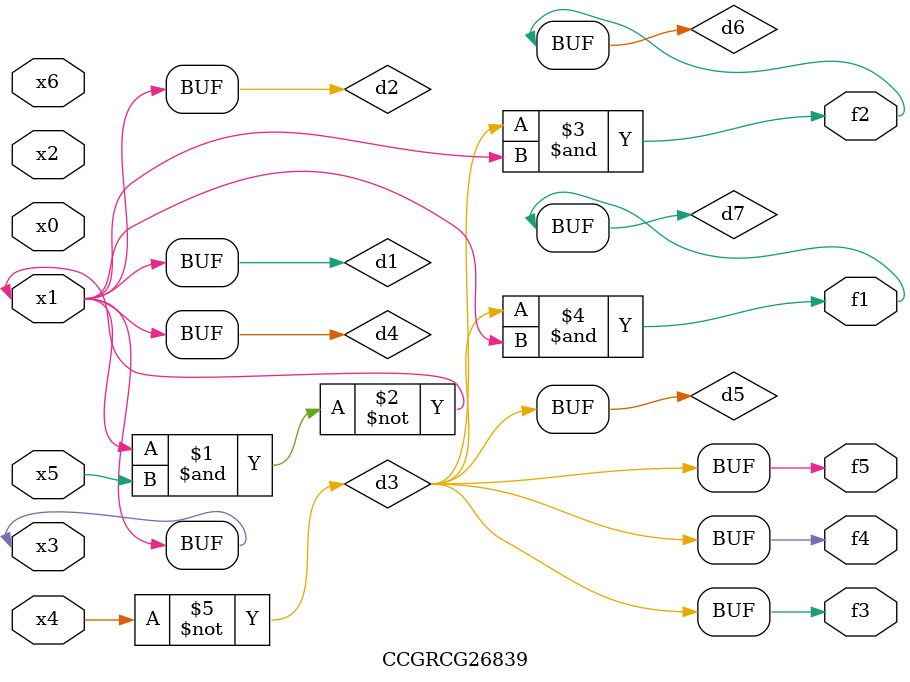
<source format=v>
module CCGRCG26839(
	input x0, x1, x2, x3, x4, x5, x6,
	output f1, f2, f3, f4, f5
);

	wire d1, d2, d3, d4, d5, d6, d7;

	buf (d1, x1, x3);
	nand (d2, x1, x5);
	not (d3, x4);
	buf (d4, d1, d2);
	buf (d5, d3);
	and (d6, d3, d4);
	and (d7, d3, d4);
	assign f1 = d7;
	assign f2 = d6;
	assign f3 = d5;
	assign f4 = d5;
	assign f5 = d5;
endmodule

</source>
